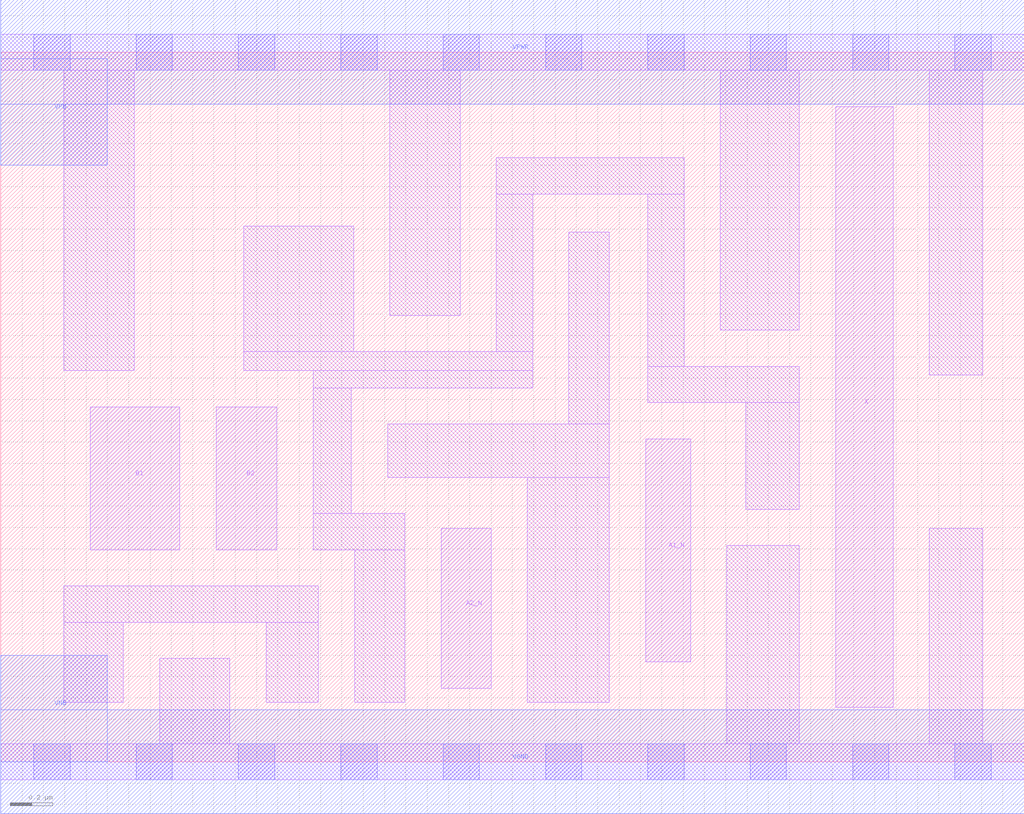
<source format=lef>
# Copyright 2020 The SkyWater PDK Authors
#
# Licensed under the Apache License, Version 2.0 (the "License");
# you may not use this file except in compliance with the License.
# You may obtain a copy of the License at
#
#     https://www.apache.org/licenses/LICENSE-2.0
#
# Unless required by applicable law or agreed to in writing, software
# distributed under the License is distributed on an "AS IS" BASIS,
# WITHOUT WARRANTIES OR CONDITIONS OF ANY KIND, either express or implied.
# See the License for the specific language governing permissions and
# limitations under the License.
#
# SPDX-License-Identifier: Apache-2.0

VERSION 5.5 ;
NAMESCASESENSITIVE ON ;
BUSBITCHARS "[]" ;
DIVIDERCHAR "/" ;
MACRO sky130_fd_sc_lp__o2bb2a_2
  CLASS CORE ;
  SOURCE USER ;
  ORIGIN  0.000000  0.000000 ;
  SIZE  4.800000 BY  3.330000 ;
  SYMMETRY X Y R90 ;
  SITE unit ;
  PIN A1_N
    ANTENNAGATEAREA  0.159000 ;
    DIRECTION INPUT ;
    USE SIGNAL ;
    PORT
      LAYER li1 ;
        RECT 3.025000 0.470000 3.235000 1.515000 ;
    END
  END A1_N
  PIN A2_N
    ANTENNAGATEAREA  0.159000 ;
    DIRECTION INPUT ;
    USE SIGNAL ;
    PORT
      LAYER li1 ;
        RECT 2.065000 0.345000 2.300000 1.095000 ;
    END
  END A2_N
  PIN B1
    ANTENNAGATEAREA  0.159000 ;
    DIRECTION INPUT ;
    USE SIGNAL ;
    PORT
      LAYER li1 ;
        RECT 0.420000 0.995000 0.840000 1.665000 ;
    END
  END B1
  PIN B2
    ANTENNAGATEAREA  0.159000 ;
    DIRECTION INPUT ;
    USE SIGNAL ;
    PORT
      LAYER li1 ;
        RECT 1.010000 0.995000 1.295000 1.665000 ;
    END
  END B2
  PIN X
    ANTENNADIFFAREA  0.588000 ;
    DIRECTION OUTPUT ;
    USE SIGNAL ;
    PORT
      LAYER li1 ;
        RECT 3.915000 0.255000 4.185000 3.075000 ;
    END
  END X
  PIN VGND
    DIRECTION INOUT ;
    USE GROUND ;
    PORT
      LAYER met1 ;
        RECT 0.000000 -0.245000 4.800000 0.245000 ;
    END
  END VGND
  PIN VNB
    DIRECTION INOUT ;
    USE GROUND ;
    PORT
      LAYER met1 ;
        RECT 0.000000 0.000000 0.500000 0.500000 ;
    END
  END VNB
  PIN VPB
    DIRECTION INOUT ;
    USE POWER ;
    PORT
      LAYER met1 ;
        RECT 0.000000 2.800000 0.500000 3.300000 ;
    END
  END VPB
  PIN VPWR
    DIRECTION INOUT ;
    USE POWER ;
    PORT
      LAYER met1 ;
        RECT 0.000000 3.085000 4.800000 3.575000 ;
    END
  END VPWR
  OBS
    LAYER li1 ;
      RECT 0.000000 -0.085000 4.800000 0.085000 ;
      RECT 0.000000  3.245000 4.800000 3.415000 ;
      RECT 0.295000  0.280000 0.575000 0.655000 ;
      RECT 0.295000  0.655000 1.490000 0.825000 ;
      RECT 0.295000  1.835000 0.625000 3.245000 ;
      RECT 0.745000  0.085000 1.075000 0.485000 ;
      RECT 1.140000  1.835000 2.495000 1.925000 ;
      RECT 1.140000  1.925000 1.655000 2.515000 ;
      RECT 1.245000  0.280000 1.490000 0.655000 ;
      RECT 1.465000  0.995000 1.895000 1.165000 ;
      RECT 1.465000  1.165000 1.645000 1.755000 ;
      RECT 1.465000  1.755000 2.495000 1.835000 ;
      RECT 1.660000  0.280000 1.895000 0.995000 ;
      RECT 1.815000  1.335000 2.855000 1.585000 ;
      RECT 1.825000  2.095000 2.155000 3.245000 ;
      RECT 2.325000  1.925000 2.495000 2.665000 ;
      RECT 2.325000  2.665000 3.205000 2.835000 ;
      RECT 2.470000  0.280000 2.855000 1.335000 ;
      RECT 2.665000  1.585000 2.855000 2.485000 ;
      RECT 3.035000  1.685000 3.745000 1.855000 ;
      RECT 3.035000  1.855000 3.205000 2.665000 ;
      RECT 3.375000  2.025000 3.745000 3.245000 ;
      RECT 3.405000  0.085000 3.745000 1.015000 ;
      RECT 3.495000  1.185000 3.745000 1.685000 ;
      RECT 4.355000  0.085000 4.605000 1.095000 ;
      RECT 4.355000  1.815000 4.605000 3.245000 ;
    LAYER mcon ;
      RECT 0.155000 -0.085000 0.325000 0.085000 ;
      RECT 0.155000  3.245000 0.325000 3.415000 ;
      RECT 0.635000 -0.085000 0.805000 0.085000 ;
      RECT 0.635000  3.245000 0.805000 3.415000 ;
      RECT 1.115000 -0.085000 1.285000 0.085000 ;
      RECT 1.115000  3.245000 1.285000 3.415000 ;
      RECT 1.595000 -0.085000 1.765000 0.085000 ;
      RECT 1.595000  3.245000 1.765000 3.415000 ;
      RECT 2.075000 -0.085000 2.245000 0.085000 ;
      RECT 2.075000  3.245000 2.245000 3.415000 ;
      RECT 2.555000 -0.085000 2.725000 0.085000 ;
      RECT 2.555000  3.245000 2.725000 3.415000 ;
      RECT 3.035000 -0.085000 3.205000 0.085000 ;
      RECT 3.035000  3.245000 3.205000 3.415000 ;
      RECT 3.515000 -0.085000 3.685000 0.085000 ;
      RECT 3.515000  3.245000 3.685000 3.415000 ;
      RECT 3.995000 -0.085000 4.165000 0.085000 ;
      RECT 3.995000  3.245000 4.165000 3.415000 ;
      RECT 4.475000 -0.085000 4.645000 0.085000 ;
      RECT 4.475000  3.245000 4.645000 3.415000 ;
  END
END sky130_fd_sc_lp__o2bb2a_2
END LIBRARY

</source>
